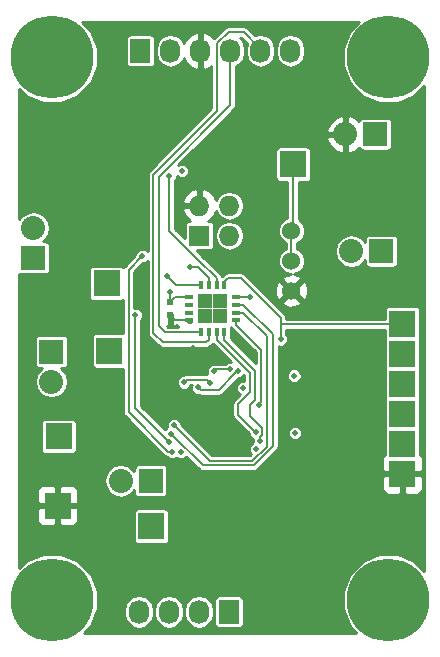
<source format=gbl>
G04 #@! TF.FileFunction,Copper,L4,Bot,Signal*
%FSLAX46Y46*%
G04 Gerber Fmt 4.6, Leading zero omitted, Abs format (unit mm)*
G04 Created by KiCad (PCBNEW 4.0.4+e1-6308~48~ubuntu16.04.1-stable) date Tue Oct 11 09:38:20 2016*
%MOMM*%
%LPD*%
G01*
G04 APERTURE LIST*
%ADD10C,0.100000*%
%ADD11R,0.500000X0.600000*%
%ADD12R,2.032000X2.032000*%
%ADD13O,2.032000X2.032000*%
%ADD14R,2.235200X2.235200*%
%ADD15R,1.727200X2.032000*%
%ADD16O,1.727200X2.032000*%
%ADD17R,1.727200X1.727200*%
%ADD18O,1.727200X1.727200*%
%ADD19C,1.524000*%
%ADD20R,0.350000X0.800000*%
%ADD21R,0.800000X0.350000*%
%ADD22R,1.250000X1.250000*%
%ADD23C,7.000000*%
%ADD24C,1.200000*%
%ADD25C,0.460000*%
%ADD26C,0.200000*%
%ADD27C,0.254000*%
G04 APERTURE END LIST*
D10*
D11*
X150525000Y-132800000D03*
X150525000Y-133900000D03*
D12*
X140462000Y-136969500D03*
D13*
X140462000Y-139509500D03*
D12*
X148875000Y-147900000D03*
D13*
X146335000Y-147900000D03*
D14*
X145380000Y-136910000D03*
X141097000Y-144145000D03*
X148925000Y-151750000D03*
X141000000Y-150000000D03*
X170180000Y-147320000D03*
X145150000Y-131200000D03*
X160930000Y-121100000D03*
X170180000Y-137160000D03*
X170180000Y-134620000D03*
D15*
X155500000Y-159000000D03*
D16*
X152960000Y-159000000D03*
X150420000Y-159000000D03*
X147880000Y-159000000D03*
D17*
X152985000Y-127140000D03*
D18*
X152985000Y-124600000D03*
X155525000Y-127140000D03*
X155525000Y-124600000D03*
D14*
X170180000Y-139700000D03*
X170180000Y-142240000D03*
X170180000Y-144780000D03*
D12*
X167894000Y-118554500D03*
D13*
X165354000Y-118554500D03*
D12*
X138938000Y-129032000D03*
D13*
X138938000Y-126492000D03*
D12*
X168402000Y-128460500D03*
D13*
X165862000Y-128460500D03*
D15*
X148000000Y-111500000D03*
D16*
X150540000Y-111500000D03*
X153080000Y-111500000D03*
X155620000Y-111500000D03*
X158160000Y-111500000D03*
X160700000Y-111500000D03*
D19*
X160782000Y-129286000D03*
X160782000Y-126746000D03*
X160782000Y-131826000D03*
D20*
X153150000Y-131350000D03*
X153800000Y-131350000D03*
X154450000Y-131350000D03*
X155100000Y-131350000D03*
D21*
X156125000Y-132375000D03*
X156125000Y-133025000D03*
X156125000Y-133675000D03*
X156125000Y-134325000D03*
D20*
X155100000Y-135350000D03*
X154450000Y-135350000D03*
X153800000Y-135350000D03*
X153150000Y-135350000D03*
D21*
X152125000Y-134325000D03*
X152125000Y-133675000D03*
X152125000Y-133025000D03*
X152125000Y-132375000D03*
D22*
X154750000Y-133975000D03*
X153500000Y-133975000D03*
X154750000Y-132725000D03*
X153500000Y-132725000D03*
D23*
X169000000Y-112000000D03*
X140500000Y-112000000D03*
X169000000Y-158000000D03*
X140500000Y-158000000D03*
D24*
X154420340Y-143275661D03*
D25*
X152370000Y-146590000D03*
X157042703Y-145644733D03*
X153532000Y-142356000D03*
X155332000Y-142356000D03*
X155330000Y-144200000D03*
X153530000Y-144200000D03*
X157230000Y-137000000D03*
X152430000Y-136700000D03*
X160930000Y-137600000D03*
X147130000Y-144400000D03*
X149544291Y-137376234D03*
X150530000Y-134800000D03*
X161200000Y-146050000D03*
X161210000Y-144760000D03*
X161250000Y-142250000D03*
X157790428Y-145193811D03*
X151403142Y-145483729D03*
X161030000Y-139000000D03*
X151530000Y-121700000D03*
X150530000Y-131900000D03*
X154213118Y-138610246D03*
X155553140Y-138467493D03*
X156279734Y-138591798D03*
X157292831Y-132371118D03*
X152916212Y-140004738D03*
X159870000Y-135930000D03*
X156676404Y-140029576D03*
X150460000Y-122060000D03*
X153874317Y-139624656D03*
X151675000Y-139575000D03*
X150458732Y-144651032D03*
X147580000Y-133900000D03*
X150280000Y-130600000D03*
X150837674Y-143169481D03*
X150570000Y-143903893D03*
X150643372Y-145437921D03*
X148170493Y-128857794D03*
X152160000Y-129830000D03*
X158118562Y-144515107D03*
X161109989Y-143870000D03*
X157769979Y-143812402D03*
X158000000Y-141500000D03*
D26*
X150525000Y-133900000D02*
X150525000Y-134795000D01*
X150525000Y-134795000D02*
X150530000Y-134800000D01*
X152125000Y-134325000D02*
X150950000Y-134325000D01*
X150950000Y-134325000D02*
X150525000Y-133900000D01*
X150525000Y-132800000D02*
X150525000Y-131905000D01*
X150525000Y-131905000D02*
X150530000Y-131900000D01*
X152125000Y-132375000D02*
X150950000Y-132375000D01*
X150950000Y-132375000D02*
X150525000Y-132800000D01*
X155553140Y-138467493D02*
X154355871Y-138467493D01*
X154355871Y-138467493D02*
X154213118Y-138610246D01*
X160930000Y-121100000D02*
X160930000Y-126598000D01*
X160930000Y-126598000D02*
X160782000Y-126746000D01*
X160909000Y-126619000D02*
X160782000Y-126746000D01*
X160782000Y-129286000D02*
X160782000Y-128208370D01*
X160782000Y-128208370D02*
X160782000Y-126746000D01*
X154636795Y-140234737D02*
X156049735Y-138821797D01*
X152916212Y-140004738D02*
X153146211Y-140234737D01*
X153146211Y-140234737D02*
X154636795Y-140234737D01*
X156049735Y-138821797D02*
X156279734Y-138591798D01*
X156125000Y-132375000D02*
X157288949Y-132375000D01*
X157288949Y-132375000D02*
X157292831Y-132371118D01*
X155100000Y-131350000D02*
X155100000Y-131049981D01*
X155100000Y-131049981D02*
X155426731Y-130723250D01*
X155426731Y-130723250D02*
X156503250Y-130723250D01*
X156503250Y-130723250D02*
X159870000Y-134090000D01*
X159870000Y-134090000D02*
X159870000Y-134650000D01*
X159870000Y-134650000D02*
X159870000Y-135930000D01*
X170180000Y-134620000D02*
X168862400Y-134620000D01*
X168862400Y-134620000D02*
X168832400Y-134650000D01*
X168832400Y-134650000D02*
X159870000Y-134650000D01*
X152880000Y-129180000D02*
X150460000Y-126760000D01*
X150460000Y-126760000D02*
X150460000Y-122060000D01*
X154450000Y-131350000D02*
X154450000Y-130750000D01*
X154450000Y-130750000D02*
X152880000Y-129180000D01*
X149540000Y-122150000D02*
X155620000Y-116070000D01*
X155620000Y-116070000D02*
X155620000Y-111500000D01*
X149540000Y-134790000D02*
X149540000Y-122150000D01*
X150100000Y-135350000D02*
X149540000Y-134790000D01*
X153150000Y-135350000D02*
X150100000Y-135350000D01*
X155458576Y-109920000D02*
X156732400Y-109920000D01*
X156732400Y-109920000D02*
X158160000Y-111347600D01*
X158160000Y-111347600D02*
X158160000Y-111500000D01*
X149090000Y-121990000D02*
X154496390Y-116583610D01*
X154496390Y-116583610D02*
X154496390Y-110882186D01*
X154496390Y-110882186D02*
X155458576Y-109920000D01*
X149090000Y-135390000D02*
X149090000Y-121990000D01*
X149890000Y-136190000D02*
X149090000Y-135390000D01*
X153560000Y-136190000D02*
X149890000Y-136190000D01*
X153800000Y-135350000D02*
X153800000Y-135950000D01*
X153800000Y-135950000D02*
X153560000Y-136190000D01*
X151675000Y-139575000D02*
X151904999Y-139345001D01*
X153594662Y-139345001D02*
X153644318Y-139394657D01*
X153644318Y-139394657D02*
X153874317Y-139624656D01*
X151904999Y-139345001D02*
X153594662Y-139345001D01*
X147580000Y-133900000D02*
X147580000Y-141772300D01*
X150228733Y-144421033D02*
X150458732Y-144651032D01*
X147580000Y-141772300D02*
X150228733Y-144421033D01*
X153150000Y-131350000D02*
X151030000Y-131350000D01*
X151030000Y-131350000D02*
X150280000Y-130600000D01*
X151067673Y-143399480D02*
X150837674Y-143169481D01*
X158676312Y-145011735D02*
X157451996Y-146236051D01*
X157451996Y-146236051D02*
X153904244Y-146236051D01*
X153904244Y-146236051D02*
X151067673Y-143399480D01*
X156725000Y-133675000D02*
X158676312Y-135626312D01*
X158676312Y-135626312D02*
X158676312Y-145011735D01*
X156125000Y-133675000D02*
X156725000Y-133675000D01*
X153262169Y-146596062D02*
X150799999Y-144133892D01*
X157601117Y-146596062D02*
X153262169Y-146596062D01*
X150799999Y-144133892D02*
X150570000Y-143903893D01*
X159220011Y-144977168D02*
X157601117Y-146596062D01*
X159220011Y-135520011D02*
X159220011Y-144977168D01*
X156725000Y-133025000D02*
X159220011Y-135520011D01*
X156125000Y-133025000D02*
X156725000Y-133025000D01*
X150318103Y-145437921D02*
X150643372Y-145437921D01*
X147000000Y-130028287D02*
X147000000Y-142119818D01*
X148170493Y-128857794D02*
X147000000Y-130028287D01*
X147000000Y-142119818D02*
X150318103Y-145437921D01*
X152160000Y-129830000D02*
X152880000Y-129830000D01*
X152880000Y-129830000D02*
X153800000Y-130750000D01*
X153800000Y-130750000D02*
X153800000Y-131350000D01*
X158276195Y-143456195D02*
X158276195Y-144032205D01*
X155100000Y-135950000D02*
X157730000Y-138580000D01*
X157258660Y-142438660D02*
X158276195Y-143456195D01*
X158118562Y-144189838D02*
X158118562Y-144515107D01*
X157258660Y-141530000D02*
X157258660Y-142438660D01*
X158276195Y-144032205D02*
X158118562Y-144189838D01*
X157730000Y-138580000D02*
X157730000Y-141058660D01*
X155100000Y-135350000D02*
X155100000Y-135950000D01*
X157730000Y-141058660D02*
X157258660Y-141530000D01*
X154450000Y-135350000D02*
X154450000Y-135950000D01*
X157539980Y-143582403D02*
X157769979Y-143812402D01*
X157792645Y-143812402D02*
X157769979Y-143812402D01*
X154450000Y-135950000D02*
X157280000Y-138780000D01*
X156270650Y-141439350D02*
X156270650Y-142313073D01*
X156270650Y-142313073D02*
X157539980Y-143582403D01*
X157280000Y-138780000D02*
X157280000Y-140430000D01*
X157840723Y-143860480D02*
X157792645Y-143812402D01*
X157280000Y-140430000D02*
X156270650Y-141439350D01*
X158240000Y-136815000D02*
X158240000Y-141260000D01*
X158240000Y-141260000D02*
X158000000Y-141500000D01*
X156125000Y-134325000D02*
X156125000Y-134700000D01*
X156125000Y-134700000D02*
X158240000Y-136815000D01*
D27*
G36*
X165711767Y-109798720D02*
X165119675Y-111224635D01*
X165118328Y-112768592D01*
X165707930Y-114195538D01*
X166798720Y-115288233D01*
X168224635Y-115880325D01*
X169768592Y-115881672D01*
X171195538Y-115292070D01*
X172003000Y-114486016D01*
X172003000Y-155514887D01*
X171201280Y-154711767D01*
X169775365Y-154119675D01*
X168231408Y-154118328D01*
X166804462Y-154707930D01*
X165711767Y-155798720D01*
X165119675Y-157224635D01*
X165118328Y-158768592D01*
X165707930Y-160195538D01*
X166284385Y-160773000D01*
X143215515Y-160773000D01*
X143788233Y-160201280D01*
X144361694Y-158820231D01*
X146635400Y-158820231D01*
X146635400Y-159179769D01*
X146730140Y-159656057D01*
X146999935Y-160059834D01*
X147403712Y-160329629D01*
X147880000Y-160424369D01*
X148356288Y-160329629D01*
X148760065Y-160059834D01*
X149029860Y-159656057D01*
X149124600Y-159179769D01*
X149124600Y-158820231D01*
X149175400Y-158820231D01*
X149175400Y-159179769D01*
X149270140Y-159656057D01*
X149539935Y-160059834D01*
X149943712Y-160329629D01*
X150420000Y-160424369D01*
X150896288Y-160329629D01*
X151300065Y-160059834D01*
X151569860Y-159656057D01*
X151664600Y-159179769D01*
X151664600Y-158820231D01*
X151715400Y-158820231D01*
X151715400Y-159179769D01*
X151810140Y-159656057D01*
X152079935Y-160059834D01*
X152483712Y-160329629D01*
X152960000Y-160424369D01*
X153436288Y-160329629D01*
X153840065Y-160059834D01*
X154109860Y-159656057D01*
X154204600Y-159179769D01*
X154204600Y-158820231D01*
X154109860Y-158343943D01*
X153869354Y-157984000D01*
X154247936Y-157984000D01*
X154247936Y-160016000D01*
X154274503Y-160157190D01*
X154357946Y-160286865D01*
X154485266Y-160373859D01*
X154636400Y-160404464D01*
X156363600Y-160404464D01*
X156504790Y-160377897D01*
X156634465Y-160294454D01*
X156721459Y-160167134D01*
X156752064Y-160016000D01*
X156752064Y-157984000D01*
X156725497Y-157842810D01*
X156642054Y-157713135D01*
X156514734Y-157626141D01*
X156363600Y-157595536D01*
X154636400Y-157595536D01*
X154495210Y-157622103D01*
X154365535Y-157705546D01*
X154278541Y-157832866D01*
X154247936Y-157984000D01*
X153869354Y-157984000D01*
X153840065Y-157940166D01*
X153436288Y-157670371D01*
X152960000Y-157575631D01*
X152483712Y-157670371D01*
X152079935Y-157940166D01*
X151810140Y-158343943D01*
X151715400Y-158820231D01*
X151664600Y-158820231D01*
X151569860Y-158343943D01*
X151300065Y-157940166D01*
X150896288Y-157670371D01*
X150420000Y-157575631D01*
X149943712Y-157670371D01*
X149539935Y-157940166D01*
X149270140Y-158343943D01*
X149175400Y-158820231D01*
X149124600Y-158820231D01*
X149029860Y-158343943D01*
X148760065Y-157940166D01*
X148356288Y-157670371D01*
X147880000Y-157575631D01*
X147403712Y-157670371D01*
X146999935Y-157940166D01*
X146730140Y-158343943D01*
X146635400Y-158820231D01*
X144361694Y-158820231D01*
X144380325Y-158775365D01*
X144381672Y-157231408D01*
X143792070Y-155804462D01*
X142701280Y-154711767D01*
X141275365Y-154119675D01*
X139731408Y-154118328D01*
X138304462Y-154707930D01*
X137757000Y-155254438D01*
X137757000Y-150285750D01*
X139247400Y-150285750D01*
X139247400Y-151243910D01*
X139344073Y-151477299D01*
X139522702Y-151655927D01*
X139756091Y-151752600D01*
X140714250Y-151752600D01*
X140873000Y-151593850D01*
X140873000Y-150127000D01*
X141127000Y-150127000D01*
X141127000Y-151593850D01*
X141285750Y-151752600D01*
X142243909Y-151752600D01*
X142477298Y-151655927D01*
X142655927Y-151477299D01*
X142752600Y-151243910D01*
X142752600Y-150632400D01*
X147418936Y-150632400D01*
X147418936Y-152867600D01*
X147445503Y-153008790D01*
X147528946Y-153138465D01*
X147656266Y-153225459D01*
X147807400Y-153256064D01*
X150042600Y-153256064D01*
X150183790Y-153229497D01*
X150313465Y-153146054D01*
X150400459Y-153018734D01*
X150431064Y-152867600D01*
X150431064Y-150632400D01*
X150404497Y-150491210D01*
X150321054Y-150361535D01*
X150193734Y-150274541D01*
X150042600Y-150243936D01*
X147807400Y-150243936D01*
X147666210Y-150270503D01*
X147536535Y-150353946D01*
X147449541Y-150481266D01*
X147418936Y-150632400D01*
X142752600Y-150632400D01*
X142752600Y-150285750D01*
X142593850Y-150127000D01*
X141127000Y-150127000D01*
X140873000Y-150127000D01*
X139406150Y-150127000D01*
X139247400Y-150285750D01*
X137757000Y-150285750D01*
X137757000Y-148756090D01*
X139247400Y-148756090D01*
X139247400Y-149714250D01*
X139406150Y-149873000D01*
X140873000Y-149873000D01*
X140873000Y-148406150D01*
X141127000Y-148406150D01*
X141127000Y-149873000D01*
X142593850Y-149873000D01*
X142752600Y-149714250D01*
X142752600Y-148756090D01*
X142655927Y-148522701D01*
X142477298Y-148344073D01*
X142243909Y-148247400D01*
X141285750Y-148247400D01*
X141127000Y-148406150D01*
X140873000Y-148406150D01*
X140714250Y-148247400D01*
X139756091Y-148247400D01*
X139522702Y-148344073D01*
X139344073Y-148522701D01*
X139247400Y-148756090D01*
X137757000Y-148756090D01*
X137757000Y-147872631D01*
X144938000Y-147872631D01*
X144938000Y-147927369D01*
X145044340Y-148461978D01*
X145347172Y-148915197D01*
X145800391Y-149218029D01*
X146335000Y-149324369D01*
X146869609Y-149218029D01*
X147322828Y-148915197D01*
X147470536Y-148694137D01*
X147470536Y-148916000D01*
X147497103Y-149057190D01*
X147580546Y-149186865D01*
X147707866Y-149273859D01*
X147859000Y-149304464D01*
X149891000Y-149304464D01*
X150032190Y-149277897D01*
X150161865Y-149194454D01*
X150248859Y-149067134D01*
X150279464Y-148916000D01*
X150279464Y-147605750D01*
X168427400Y-147605750D01*
X168427400Y-148563909D01*
X168524073Y-148797298D01*
X168702701Y-148975927D01*
X168936090Y-149072600D01*
X169894250Y-149072600D01*
X170053000Y-148913850D01*
X170053000Y-147447000D01*
X170307000Y-147447000D01*
X170307000Y-148913850D01*
X170465750Y-149072600D01*
X171423910Y-149072600D01*
X171657299Y-148975927D01*
X171835927Y-148797298D01*
X171932600Y-148563909D01*
X171932600Y-147605750D01*
X171773850Y-147447000D01*
X170307000Y-147447000D01*
X170053000Y-147447000D01*
X168586150Y-147447000D01*
X168427400Y-147605750D01*
X150279464Y-147605750D01*
X150279464Y-146884000D01*
X150252897Y-146742810D01*
X150169454Y-146613135D01*
X150042134Y-146526141D01*
X149891000Y-146495536D01*
X147859000Y-146495536D01*
X147717810Y-146522103D01*
X147588135Y-146605546D01*
X147501141Y-146732866D01*
X147470536Y-146884000D01*
X147470536Y-147105863D01*
X147322828Y-146884803D01*
X146869609Y-146581971D01*
X146335000Y-146475631D01*
X145800391Y-146581971D01*
X145347172Y-146884803D01*
X145044340Y-147338022D01*
X144938000Y-147872631D01*
X137757000Y-147872631D01*
X137757000Y-143027400D01*
X139590936Y-143027400D01*
X139590936Y-145262600D01*
X139617503Y-145403790D01*
X139700946Y-145533465D01*
X139828266Y-145620459D01*
X139979400Y-145651064D01*
X142214600Y-145651064D01*
X142355790Y-145624497D01*
X142485465Y-145541054D01*
X142572459Y-145413734D01*
X142603064Y-145262600D01*
X142603064Y-143027400D01*
X142576497Y-142886210D01*
X142493054Y-142756535D01*
X142365734Y-142669541D01*
X142214600Y-142638936D01*
X139979400Y-142638936D01*
X139838210Y-142665503D01*
X139708535Y-142748946D01*
X139621541Y-142876266D01*
X139590936Y-143027400D01*
X137757000Y-143027400D01*
X137757000Y-135953500D01*
X139057536Y-135953500D01*
X139057536Y-137985500D01*
X139084103Y-138126690D01*
X139167546Y-138256365D01*
X139294866Y-138343359D01*
X139446000Y-138373964D01*
X139654272Y-138373964D01*
X139474172Y-138494303D01*
X139171340Y-138947522D01*
X139065000Y-139482131D01*
X139065000Y-139536869D01*
X139171340Y-140071478D01*
X139474172Y-140524697D01*
X139927391Y-140827529D01*
X140462000Y-140933869D01*
X140996609Y-140827529D01*
X141449828Y-140524697D01*
X141752660Y-140071478D01*
X141859000Y-139536869D01*
X141859000Y-139482131D01*
X141752660Y-138947522D01*
X141449828Y-138494303D01*
X141269728Y-138373964D01*
X141478000Y-138373964D01*
X141619190Y-138347397D01*
X141748865Y-138263954D01*
X141835859Y-138136634D01*
X141866464Y-137985500D01*
X141866464Y-135953500D01*
X141839897Y-135812310D01*
X141756454Y-135682635D01*
X141629134Y-135595641D01*
X141478000Y-135565036D01*
X139446000Y-135565036D01*
X139304810Y-135591603D01*
X139175135Y-135675046D01*
X139088141Y-135802366D01*
X139057536Y-135953500D01*
X137757000Y-135953500D01*
X137757000Y-130396385D01*
X137770866Y-130405859D01*
X137922000Y-130436464D01*
X139954000Y-130436464D01*
X140095190Y-130409897D01*
X140224865Y-130326454D01*
X140311859Y-130199134D01*
X140335497Y-130082400D01*
X143643936Y-130082400D01*
X143643936Y-132317600D01*
X143670503Y-132458790D01*
X143753946Y-132588465D01*
X143881266Y-132675459D01*
X144032400Y-132706064D01*
X146267600Y-132706064D01*
X146408790Y-132679497D01*
X146519000Y-132608579D01*
X146519000Y-135408270D01*
X146497600Y-135403936D01*
X144262400Y-135403936D01*
X144121210Y-135430503D01*
X143991535Y-135513946D01*
X143904541Y-135641266D01*
X143873936Y-135792400D01*
X143873936Y-138027600D01*
X143900503Y-138168790D01*
X143983946Y-138298465D01*
X144111266Y-138385459D01*
X144262400Y-138416064D01*
X146497600Y-138416064D01*
X146519000Y-138412037D01*
X146519000Y-142119818D01*
X146545551Y-142253300D01*
X146555614Y-142303889D01*
X146659882Y-142459936D01*
X149977984Y-145778039D01*
X150074759Y-145842702D01*
X150134032Y-145882307D01*
X150245858Y-145904550D01*
X150296817Y-145955599D01*
X150521303Y-146048815D01*
X150764374Y-146049027D01*
X150989023Y-145956203D01*
X151000262Y-145944984D01*
X151056587Y-146001407D01*
X151281073Y-146094623D01*
X151524144Y-146094835D01*
X151748793Y-146002011D01*
X151868442Y-145882571D01*
X152922050Y-146936180D01*
X153068822Y-147034250D01*
X153078098Y-147040448D01*
X153262169Y-147077062D01*
X157601117Y-147077062D01*
X157785188Y-147040448D01*
X157941235Y-146936180D01*
X159560129Y-145317286D01*
X159596978Y-145262138D01*
X159664397Y-145161239D01*
X159701011Y-144977168D01*
X159701011Y-143991002D01*
X160498883Y-143991002D01*
X160591707Y-144215651D01*
X160763434Y-144387678D01*
X160987920Y-144480894D01*
X161230991Y-144481106D01*
X161455640Y-144388282D01*
X161627667Y-144216555D01*
X161720883Y-143992069D01*
X161721095Y-143748998D01*
X161628271Y-143524349D01*
X161456544Y-143352322D01*
X161232058Y-143259106D01*
X160988987Y-143258894D01*
X160764338Y-143351718D01*
X160592311Y-143523445D01*
X160499095Y-143747931D01*
X160498883Y-143991002D01*
X159701011Y-143991002D01*
X159701011Y-139121002D01*
X160418894Y-139121002D01*
X160511718Y-139345651D01*
X160683445Y-139517678D01*
X160907931Y-139610894D01*
X161151002Y-139611106D01*
X161375651Y-139518282D01*
X161547678Y-139346555D01*
X161640894Y-139122069D01*
X161641106Y-138878998D01*
X161548282Y-138654349D01*
X161376555Y-138482322D01*
X161152069Y-138389106D01*
X160908998Y-138388894D01*
X160684349Y-138481718D01*
X160512322Y-138653445D01*
X160419106Y-138877931D01*
X160418894Y-139121002D01*
X159701011Y-139121002D01*
X159701011Y-136521411D01*
X159747931Y-136540894D01*
X159991002Y-136541106D01*
X160215651Y-136448282D01*
X160387678Y-136276555D01*
X160480894Y-136052069D01*
X160481106Y-135808998D01*
X160388282Y-135584349D01*
X160351000Y-135547002D01*
X160351000Y-135131000D01*
X168673936Y-135131000D01*
X168673936Y-135737600D01*
X168700503Y-135878790D01*
X168706596Y-135888259D01*
X168704541Y-135891266D01*
X168673936Y-136042400D01*
X168673936Y-138277600D01*
X168700503Y-138418790D01*
X168706596Y-138428259D01*
X168704541Y-138431266D01*
X168673936Y-138582400D01*
X168673936Y-140817600D01*
X168700503Y-140958790D01*
X168706596Y-140968259D01*
X168704541Y-140971266D01*
X168673936Y-141122400D01*
X168673936Y-143357600D01*
X168700503Y-143498790D01*
X168706596Y-143508259D01*
X168704541Y-143511266D01*
X168673936Y-143662400D01*
X168673936Y-145692838D01*
X168524073Y-145842702D01*
X168427400Y-146076091D01*
X168427400Y-147034250D01*
X168586150Y-147193000D01*
X170053000Y-147193000D01*
X170053000Y-147173000D01*
X170307000Y-147173000D01*
X170307000Y-147193000D01*
X171773850Y-147193000D01*
X171932600Y-147034250D01*
X171932600Y-146076091D01*
X171835927Y-145842702D01*
X171686064Y-145692838D01*
X171686064Y-143662400D01*
X171659497Y-143521210D01*
X171653404Y-143511741D01*
X171655459Y-143508734D01*
X171686064Y-143357600D01*
X171686064Y-141122400D01*
X171659497Y-140981210D01*
X171653404Y-140971741D01*
X171655459Y-140968734D01*
X171686064Y-140817600D01*
X171686064Y-138582400D01*
X171659497Y-138441210D01*
X171653404Y-138431741D01*
X171655459Y-138428734D01*
X171686064Y-138277600D01*
X171686064Y-136042400D01*
X171659497Y-135901210D01*
X171653404Y-135891741D01*
X171655459Y-135888734D01*
X171686064Y-135737600D01*
X171686064Y-133502400D01*
X171659497Y-133361210D01*
X171576054Y-133231535D01*
X171448734Y-133144541D01*
X171297600Y-133113936D01*
X169062400Y-133113936D01*
X168921210Y-133140503D01*
X168791535Y-133223946D01*
X168704541Y-133351266D01*
X168673936Y-133502400D01*
X168673936Y-134169000D01*
X160351000Y-134169000D01*
X160351000Y-134090000D01*
X160337488Y-134022069D01*
X160314387Y-133905930D01*
X160210119Y-133749882D01*
X159266450Y-132806213D01*
X159981392Y-132806213D01*
X160050857Y-133048397D01*
X160574302Y-133235144D01*
X161129368Y-133207362D01*
X161513143Y-133048397D01*
X161582608Y-132806213D01*
X160782000Y-132005605D01*
X159981392Y-132806213D01*
X159266450Y-132806213D01*
X158078539Y-131618302D01*
X159372856Y-131618302D01*
X159400638Y-132173368D01*
X159559603Y-132557143D01*
X159801787Y-132626608D01*
X160602395Y-131826000D01*
X160961605Y-131826000D01*
X161762213Y-132626608D01*
X162004397Y-132557143D01*
X162191144Y-132033698D01*
X162163362Y-131478632D01*
X162004397Y-131094857D01*
X161762213Y-131025392D01*
X160961605Y-131826000D01*
X160602395Y-131826000D01*
X159801787Y-131025392D01*
X159559603Y-131094857D01*
X159372856Y-131618302D01*
X158078539Y-131618302D01*
X156843368Y-130383132D01*
X156687321Y-130278864D01*
X156503250Y-130242250D01*
X155426731Y-130242250D01*
X155242660Y-130278864D01*
X155086612Y-130383132D01*
X154904317Y-130565428D01*
X154894648Y-130567247D01*
X154894386Y-130565929D01*
X154856538Y-130509286D01*
X154790118Y-130409881D01*
X153220118Y-128839882D01*
X152772300Y-128392064D01*
X153848600Y-128392064D01*
X153989790Y-128365497D01*
X154119465Y-128282054D01*
X154206459Y-128154734D01*
X154237064Y-128003600D01*
X154237064Y-127115617D01*
X154280400Y-127115617D01*
X154280400Y-127164383D01*
X154375140Y-127640671D01*
X154644935Y-128044448D01*
X155048712Y-128314243D01*
X155525000Y-128408983D01*
X156001288Y-128314243D01*
X156405065Y-128044448D01*
X156674860Y-127640671D01*
X156769600Y-127164383D01*
X156769600Y-127115617D01*
X156674860Y-126639329D01*
X156405065Y-126235552D01*
X156001288Y-125965757D01*
X155525000Y-125871017D01*
X155048712Y-125965757D01*
X154644935Y-126235552D01*
X154375140Y-126639329D01*
X154280400Y-127115617D01*
X154237064Y-127115617D01*
X154237064Y-126276400D01*
X154210497Y-126135210D01*
X154127054Y-126005535D01*
X153999734Y-125918541D01*
X153848600Y-125887936D01*
X153747276Y-125887936D01*
X153759947Y-125882688D01*
X154191821Y-125488490D01*
X154374676Y-125098338D01*
X154375140Y-125100671D01*
X154644935Y-125504448D01*
X155048712Y-125774243D01*
X155525000Y-125868983D01*
X156001288Y-125774243D01*
X156405065Y-125504448D01*
X156674860Y-125100671D01*
X156769600Y-124624383D01*
X156769600Y-124575617D01*
X156674860Y-124099329D01*
X156405065Y-123695552D01*
X156001288Y-123425757D01*
X155525000Y-123331017D01*
X155048712Y-123425757D01*
X154644935Y-123695552D01*
X154375140Y-124099329D01*
X154374676Y-124101662D01*
X154191821Y-123711510D01*
X153759947Y-123317312D01*
X153344026Y-123145042D01*
X153112000Y-123266183D01*
X153112000Y-124473000D01*
X153132000Y-124473000D01*
X153132000Y-124727000D01*
X153112000Y-124727000D01*
X153112000Y-124747000D01*
X152858000Y-124747000D01*
X152858000Y-124727000D01*
X151650531Y-124727000D01*
X151530032Y-124959027D01*
X151778179Y-125488490D01*
X152210053Y-125882688D01*
X152222724Y-125887936D01*
X152121400Y-125887936D01*
X151980210Y-125914503D01*
X151850535Y-125997946D01*
X151763541Y-126125266D01*
X151732936Y-126276400D01*
X151732936Y-127352700D01*
X150941000Y-126560764D01*
X150941000Y-124240973D01*
X151530032Y-124240973D01*
X151650531Y-124473000D01*
X152858000Y-124473000D01*
X152858000Y-123266183D01*
X152625974Y-123145042D01*
X152210053Y-123317312D01*
X151778179Y-123711510D01*
X151530032Y-124240973D01*
X150941000Y-124240973D01*
X150941000Y-122443169D01*
X150977678Y-122406555D01*
X151070894Y-122182069D01*
X151070961Y-122104998D01*
X151183445Y-122217678D01*
X151407931Y-122310894D01*
X151651002Y-122311106D01*
X151875651Y-122218282D01*
X152047678Y-122046555D01*
X152140894Y-121822069D01*
X152141106Y-121578998D01*
X152048282Y-121354349D01*
X151876555Y-121182322D01*
X151652069Y-121089106D01*
X151408998Y-121088894D01*
X151191454Y-121178782D01*
X152387836Y-119982400D01*
X159423936Y-119982400D01*
X159423936Y-122217600D01*
X159450503Y-122358790D01*
X159533946Y-122488465D01*
X159661266Y-122575459D01*
X159812400Y-122606064D01*
X160449000Y-122606064D01*
X160449000Y-125646865D01*
X160135388Y-125776446D01*
X159813577Y-126097697D01*
X159639199Y-126517646D01*
X159638802Y-126972359D01*
X159812446Y-127392612D01*
X160133697Y-127714423D01*
X160301000Y-127783893D01*
X160301000Y-128248017D01*
X160135388Y-128316446D01*
X159813577Y-128637697D01*
X159639199Y-129057646D01*
X159638802Y-129512359D01*
X159812446Y-129932612D01*
X160133697Y-130254423D01*
X160553646Y-130428801D01*
X160747660Y-130428970D01*
X160434632Y-130444638D01*
X160050857Y-130603603D01*
X159981392Y-130845787D01*
X160782000Y-131646395D01*
X161582608Y-130845787D01*
X161513143Y-130603603D01*
X161015742Y-130426148D01*
X161428612Y-130255554D01*
X161750423Y-129934303D01*
X161924801Y-129514354D01*
X161925198Y-129059641D01*
X161751554Y-128639388D01*
X161545656Y-128433131D01*
X164465000Y-128433131D01*
X164465000Y-128487869D01*
X164571340Y-129022478D01*
X164874172Y-129475697D01*
X165327391Y-129778529D01*
X165862000Y-129884869D01*
X166396609Y-129778529D01*
X166849828Y-129475697D01*
X166997536Y-129254637D01*
X166997536Y-129476500D01*
X167024103Y-129617690D01*
X167107546Y-129747365D01*
X167234866Y-129834359D01*
X167386000Y-129864964D01*
X169418000Y-129864964D01*
X169559190Y-129838397D01*
X169688865Y-129754954D01*
X169775859Y-129627634D01*
X169806464Y-129476500D01*
X169806464Y-127444500D01*
X169779897Y-127303310D01*
X169696454Y-127173635D01*
X169569134Y-127086641D01*
X169418000Y-127056036D01*
X167386000Y-127056036D01*
X167244810Y-127082603D01*
X167115135Y-127166046D01*
X167028141Y-127293366D01*
X166997536Y-127444500D01*
X166997536Y-127666363D01*
X166849828Y-127445303D01*
X166396609Y-127142471D01*
X165862000Y-127036131D01*
X165327391Y-127142471D01*
X164874172Y-127445303D01*
X164571340Y-127898522D01*
X164465000Y-128433131D01*
X161545656Y-128433131D01*
X161430303Y-128317577D01*
X161263000Y-128248107D01*
X161263000Y-127783983D01*
X161428612Y-127715554D01*
X161750423Y-127394303D01*
X161924801Y-126974354D01*
X161925198Y-126519641D01*
X161751554Y-126099388D01*
X161430303Y-125777577D01*
X161411000Y-125769562D01*
X161411000Y-122606064D01*
X162047600Y-122606064D01*
X162188790Y-122579497D01*
X162318465Y-122496054D01*
X162405459Y-122368734D01*
X162436064Y-122217600D01*
X162436064Y-119982400D01*
X162409497Y-119841210D01*
X162326054Y-119711535D01*
X162198734Y-119624541D01*
X162047600Y-119593936D01*
X159812400Y-119593936D01*
X159671210Y-119620503D01*
X159541535Y-119703946D01*
X159454541Y-119831266D01*
X159423936Y-119982400D01*
X152387836Y-119982400D01*
X153432790Y-118937446D01*
X163748017Y-118937446D01*
X164016812Y-119522879D01*
X164489182Y-119960885D01*
X164971056Y-120160475D01*
X165227000Y-120041336D01*
X165227000Y-118681500D01*
X163866633Y-118681500D01*
X163748017Y-118937446D01*
X153432790Y-118937446D01*
X154198682Y-118171554D01*
X163748017Y-118171554D01*
X163866633Y-118427500D01*
X165227000Y-118427500D01*
X165227000Y-117067664D01*
X165481000Y-117067664D01*
X165481000Y-118427500D01*
X165501000Y-118427500D01*
X165501000Y-118681500D01*
X165481000Y-118681500D01*
X165481000Y-120041336D01*
X165736944Y-120160475D01*
X166218818Y-119960885D01*
X166511863Y-119689158D01*
X166516103Y-119711690D01*
X166599546Y-119841365D01*
X166726866Y-119928359D01*
X166878000Y-119958964D01*
X168910000Y-119958964D01*
X169051190Y-119932397D01*
X169180865Y-119848954D01*
X169267859Y-119721634D01*
X169298464Y-119570500D01*
X169298464Y-117538500D01*
X169271897Y-117397310D01*
X169188454Y-117267635D01*
X169061134Y-117180641D01*
X168910000Y-117150036D01*
X166878000Y-117150036D01*
X166736810Y-117176603D01*
X166607135Y-117260046D01*
X166520141Y-117387366D01*
X166513296Y-117421170D01*
X166218818Y-117148115D01*
X165736944Y-116948525D01*
X165481000Y-117067664D01*
X165227000Y-117067664D01*
X164971056Y-116948525D01*
X164489182Y-117148115D01*
X164016812Y-117586121D01*
X163748017Y-118171554D01*
X154198682Y-118171554D01*
X155960118Y-116410119D01*
X156064386Y-116254071D01*
X156087230Y-116139224D01*
X156101000Y-116070000D01*
X156101000Y-112826481D01*
X156500065Y-112559834D01*
X156769860Y-112156057D01*
X156864600Y-111679769D01*
X156864600Y-111320231D01*
X156769860Y-110843943D01*
X156500065Y-110440166D01*
X156441449Y-110401000D01*
X156533164Y-110401000D01*
X157004493Y-110872330D01*
X156915400Y-111320231D01*
X156915400Y-111679769D01*
X157010140Y-112156057D01*
X157279935Y-112559834D01*
X157683712Y-112829629D01*
X158160000Y-112924369D01*
X158636288Y-112829629D01*
X159040065Y-112559834D01*
X159309860Y-112156057D01*
X159404600Y-111679769D01*
X159404600Y-111320231D01*
X159455400Y-111320231D01*
X159455400Y-111679769D01*
X159550140Y-112156057D01*
X159819935Y-112559834D01*
X160223712Y-112829629D01*
X160700000Y-112924369D01*
X161176288Y-112829629D01*
X161580065Y-112559834D01*
X161849860Y-112156057D01*
X161944600Y-111679769D01*
X161944600Y-111320231D01*
X161849860Y-110843943D01*
X161580065Y-110440166D01*
X161176288Y-110170371D01*
X160700000Y-110075631D01*
X160223712Y-110170371D01*
X159819935Y-110440166D01*
X159550140Y-110843943D01*
X159455400Y-111320231D01*
X159404600Y-111320231D01*
X159309860Y-110843943D01*
X159040065Y-110440166D01*
X158636288Y-110170371D01*
X158160000Y-110075631D01*
X157683712Y-110170371D01*
X157671301Y-110178664D01*
X157072518Y-109579882D01*
X156916471Y-109475614D01*
X156732400Y-109439000D01*
X155458576Y-109439000D01*
X155274505Y-109475614D01*
X155118457Y-109579882D01*
X154249602Y-110448738D01*
X153982036Y-110149268D01*
X153454791Y-109895291D01*
X153439026Y-109892642D01*
X153207000Y-110013783D01*
X153207000Y-111373000D01*
X153227000Y-111373000D01*
X153227000Y-111627000D01*
X153207000Y-111627000D01*
X153207000Y-112986217D01*
X153439026Y-113107358D01*
X153454791Y-113104709D01*
X153982036Y-112850732D01*
X154015390Y-112813401D01*
X154015390Y-116384374D01*
X148749882Y-121649882D01*
X148645614Y-121805929D01*
X148609000Y-121990000D01*
X148609000Y-128432229D01*
X148517048Y-128340116D01*
X148292562Y-128246900D01*
X148049491Y-128246688D01*
X147824842Y-128339512D01*
X147652815Y-128511239D01*
X147559599Y-128735725D01*
X147559553Y-128788498D01*
X146659882Y-129688169D01*
X146561457Y-129835472D01*
X146546054Y-129811535D01*
X146418734Y-129724541D01*
X146267600Y-129693936D01*
X144032400Y-129693936D01*
X143891210Y-129720503D01*
X143761535Y-129803946D01*
X143674541Y-129931266D01*
X143643936Y-130082400D01*
X140335497Y-130082400D01*
X140342464Y-130048000D01*
X140342464Y-128016000D01*
X140315897Y-127874810D01*
X140232454Y-127745135D01*
X140105134Y-127658141D01*
X139954000Y-127627536D01*
X139732137Y-127627536D01*
X139953197Y-127479828D01*
X140256029Y-127026609D01*
X140362369Y-126492000D01*
X140256029Y-125957391D01*
X139953197Y-125504172D01*
X139499978Y-125201340D01*
X138965369Y-125095000D01*
X138910631Y-125095000D01*
X138376022Y-125201340D01*
X137922803Y-125504172D01*
X137757000Y-125752313D01*
X137757000Y-114745567D01*
X138298720Y-115288233D01*
X139724635Y-115880325D01*
X141268592Y-115881672D01*
X142695538Y-115292070D01*
X143788233Y-114201280D01*
X144380325Y-112775365D01*
X144381672Y-111231408D01*
X144072850Y-110484000D01*
X146747936Y-110484000D01*
X146747936Y-112516000D01*
X146774503Y-112657190D01*
X146857946Y-112786865D01*
X146985266Y-112873859D01*
X147136400Y-112904464D01*
X148863600Y-112904464D01*
X149004790Y-112877897D01*
X149134465Y-112794454D01*
X149221459Y-112667134D01*
X149252064Y-112516000D01*
X149252064Y-111320231D01*
X149295400Y-111320231D01*
X149295400Y-111679769D01*
X149390140Y-112156057D01*
X149659935Y-112559834D01*
X150063712Y-112829629D01*
X150540000Y-112924369D01*
X151016288Y-112829629D01*
X151420065Y-112559834D01*
X151689860Y-112156057D01*
X151692704Y-112141757D01*
X151788046Y-112414320D01*
X152177964Y-112850732D01*
X152705209Y-113104709D01*
X152720974Y-113107358D01*
X152953000Y-112986217D01*
X152953000Y-111627000D01*
X152933000Y-111627000D01*
X152933000Y-111373000D01*
X152953000Y-111373000D01*
X152953000Y-110013783D01*
X152720974Y-109892642D01*
X152705209Y-109895291D01*
X152177964Y-110149268D01*
X151788046Y-110585680D01*
X151692704Y-110858243D01*
X151689860Y-110843943D01*
X151420065Y-110440166D01*
X151016288Y-110170371D01*
X150540000Y-110075631D01*
X150063712Y-110170371D01*
X149659935Y-110440166D01*
X149390140Y-110843943D01*
X149295400Y-111320231D01*
X149252064Y-111320231D01*
X149252064Y-110484000D01*
X149225497Y-110342810D01*
X149142054Y-110213135D01*
X149014734Y-110126141D01*
X148863600Y-110095536D01*
X147136400Y-110095536D01*
X146995210Y-110122103D01*
X146865535Y-110205546D01*
X146778541Y-110332866D01*
X146747936Y-110484000D01*
X144072850Y-110484000D01*
X143792070Y-109804462D01*
X143015963Y-109027000D01*
X166484835Y-109027000D01*
X165711767Y-109798720D01*
X165711767Y-109798720D01*
G37*
X165711767Y-109798720D02*
X165119675Y-111224635D01*
X165118328Y-112768592D01*
X165707930Y-114195538D01*
X166798720Y-115288233D01*
X168224635Y-115880325D01*
X169768592Y-115881672D01*
X171195538Y-115292070D01*
X172003000Y-114486016D01*
X172003000Y-155514887D01*
X171201280Y-154711767D01*
X169775365Y-154119675D01*
X168231408Y-154118328D01*
X166804462Y-154707930D01*
X165711767Y-155798720D01*
X165119675Y-157224635D01*
X165118328Y-158768592D01*
X165707930Y-160195538D01*
X166284385Y-160773000D01*
X143215515Y-160773000D01*
X143788233Y-160201280D01*
X144361694Y-158820231D01*
X146635400Y-158820231D01*
X146635400Y-159179769D01*
X146730140Y-159656057D01*
X146999935Y-160059834D01*
X147403712Y-160329629D01*
X147880000Y-160424369D01*
X148356288Y-160329629D01*
X148760065Y-160059834D01*
X149029860Y-159656057D01*
X149124600Y-159179769D01*
X149124600Y-158820231D01*
X149175400Y-158820231D01*
X149175400Y-159179769D01*
X149270140Y-159656057D01*
X149539935Y-160059834D01*
X149943712Y-160329629D01*
X150420000Y-160424369D01*
X150896288Y-160329629D01*
X151300065Y-160059834D01*
X151569860Y-159656057D01*
X151664600Y-159179769D01*
X151664600Y-158820231D01*
X151715400Y-158820231D01*
X151715400Y-159179769D01*
X151810140Y-159656057D01*
X152079935Y-160059834D01*
X152483712Y-160329629D01*
X152960000Y-160424369D01*
X153436288Y-160329629D01*
X153840065Y-160059834D01*
X154109860Y-159656057D01*
X154204600Y-159179769D01*
X154204600Y-158820231D01*
X154109860Y-158343943D01*
X153869354Y-157984000D01*
X154247936Y-157984000D01*
X154247936Y-160016000D01*
X154274503Y-160157190D01*
X154357946Y-160286865D01*
X154485266Y-160373859D01*
X154636400Y-160404464D01*
X156363600Y-160404464D01*
X156504790Y-160377897D01*
X156634465Y-160294454D01*
X156721459Y-160167134D01*
X156752064Y-160016000D01*
X156752064Y-157984000D01*
X156725497Y-157842810D01*
X156642054Y-157713135D01*
X156514734Y-157626141D01*
X156363600Y-157595536D01*
X154636400Y-157595536D01*
X154495210Y-157622103D01*
X154365535Y-157705546D01*
X154278541Y-157832866D01*
X154247936Y-157984000D01*
X153869354Y-157984000D01*
X153840065Y-157940166D01*
X153436288Y-157670371D01*
X152960000Y-157575631D01*
X152483712Y-157670371D01*
X152079935Y-157940166D01*
X151810140Y-158343943D01*
X151715400Y-158820231D01*
X151664600Y-158820231D01*
X151569860Y-158343943D01*
X151300065Y-157940166D01*
X150896288Y-157670371D01*
X150420000Y-157575631D01*
X149943712Y-157670371D01*
X149539935Y-157940166D01*
X149270140Y-158343943D01*
X149175400Y-158820231D01*
X149124600Y-158820231D01*
X149029860Y-158343943D01*
X148760065Y-157940166D01*
X148356288Y-157670371D01*
X147880000Y-157575631D01*
X147403712Y-157670371D01*
X146999935Y-157940166D01*
X146730140Y-158343943D01*
X146635400Y-158820231D01*
X144361694Y-158820231D01*
X144380325Y-158775365D01*
X144381672Y-157231408D01*
X143792070Y-155804462D01*
X142701280Y-154711767D01*
X141275365Y-154119675D01*
X139731408Y-154118328D01*
X138304462Y-154707930D01*
X137757000Y-155254438D01*
X137757000Y-150285750D01*
X139247400Y-150285750D01*
X139247400Y-151243910D01*
X139344073Y-151477299D01*
X139522702Y-151655927D01*
X139756091Y-151752600D01*
X140714250Y-151752600D01*
X140873000Y-151593850D01*
X140873000Y-150127000D01*
X141127000Y-150127000D01*
X141127000Y-151593850D01*
X141285750Y-151752600D01*
X142243909Y-151752600D01*
X142477298Y-151655927D01*
X142655927Y-151477299D01*
X142752600Y-151243910D01*
X142752600Y-150632400D01*
X147418936Y-150632400D01*
X147418936Y-152867600D01*
X147445503Y-153008790D01*
X147528946Y-153138465D01*
X147656266Y-153225459D01*
X147807400Y-153256064D01*
X150042600Y-153256064D01*
X150183790Y-153229497D01*
X150313465Y-153146054D01*
X150400459Y-153018734D01*
X150431064Y-152867600D01*
X150431064Y-150632400D01*
X150404497Y-150491210D01*
X150321054Y-150361535D01*
X150193734Y-150274541D01*
X150042600Y-150243936D01*
X147807400Y-150243936D01*
X147666210Y-150270503D01*
X147536535Y-150353946D01*
X147449541Y-150481266D01*
X147418936Y-150632400D01*
X142752600Y-150632400D01*
X142752600Y-150285750D01*
X142593850Y-150127000D01*
X141127000Y-150127000D01*
X140873000Y-150127000D01*
X139406150Y-150127000D01*
X139247400Y-150285750D01*
X137757000Y-150285750D01*
X137757000Y-148756090D01*
X139247400Y-148756090D01*
X139247400Y-149714250D01*
X139406150Y-149873000D01*
X140873000Y-149873000D01*
X140873000Y-148406150D01*
X141127000Y-148406150D01*
X141127000Y-149873000D01*
X142593850Y-149873000D01*
X142752600Y-149714250D01*
X142752600Y-148756090D01*
X142655927Y-148522701D01*
X142477298Y-148344073D01*
X142243909Y-148247400D01*
X141285750Y-148247400D01*
X141127000Y-148406150D01*
X140873000Y-148406150D01*
X140714250Y-148247400D01*
X139756091Y-148247400D01*
X139522702Y-148344073D01*
X139344073Y-148522701D01*
X139247400Y-148756090D01*
X137757000Y-148756090D01*
X137757000Y-147872631D01*
X144938000Y-147872631D01*
X144938000Y-147927369D01*
X145044340Y-148461978D01*
X145347172Y-148915197D01*
X145800391Y-149218029D01*
X146335000Y-149324369D01*
X146869609Y-149218029D01*
X147322828Y-148915197D01*
X147470536Y-148694137D01*
X147470536Y-148916000D01*
X147497103Y-149057190D01*
X147580546Y-149186865D01*
X147707866Y-149273859D01*
X147859000Y-149304464D01*
X149891000Y-149304464D01*
X150032190Y-149277897D01*
X150161865Y-149194454D01*
X150248859Y-149067134D01*
X150279464Y-148916000D01*
X150279464Y-147605750D01*
X168427400Y-147605750D01*
X168427400Y-148563909D01*
X168524073Y-148797298D01*
X168702701Y-148975927D01*
X168936090Y-149072600D01*
X169894250Y-149072600D01*
X170053000Y-148913850D01*
X170053000Y-147447000D01*
X170307000Y-147447000D01*
X170307000Y-148913850D01*
X170465750Y-149072600D01*
X171423910Y-149072600D01*
X171657299Y-148975927D01*
X171835927Y-148797298D01*
X171932600Y-148563909D01*
X171932600Y-147605750D01*
X171773850Y-147447000D01*
X170307000Y-147447000D01*
X170053000Y-147447000D01*
X168586150Y-147447000D01*
X168427400Y-147605750D01*
X150279464Y-147605750D01*
X150279464Y-146884000D01*
X150252897Y-146742810D01*
X150169454Y-146613135D01*
X150042134Y-146526141D01*
X149891000Y-146495536D01*
X147859000Y-146495536D01*
X147717810Y-146522103D01*
X147588135Y-146605546D01*
X147501141Y-146732866D01*
X147470536Y-146884000D01*
X147470536Y-147105863D01*
X147322828Y-146884803D01*
X146869609Y-146581971D01*
X146335000Y-146475631D01*
X145800391Y-146581971D01*
X145347172Y-146884803D01*
X145044340Y-147338022D01*
X144938000Y-147872631D01*
X137757000Y-147872631D01*
X137757000Y-143027400D01*
X139590936Y-143027400D01*
X139590936Y-145262600D01*
X139617503Y-145403790D01*
X139700946Y-145533465D01*
X139828266Y-145620459D01*
X139979400Y-145651064D01*
X142214600Y-145651064D01*
X142355790Y-145624497D01*
X142485465Y-145541054D01*
X142572459Y-145413734D01*
X142603064Y-145262600D01*
X142603064Y-143027400D01*
X142576497Y-142886210D01*
X142493054Y-142756535D01*
X142365734Y-142669541D01*
X142214600Y-142638936D01*
X139979400Y-142638936D01*
X139838210Y-142665503D01*
X139708535Y-142748946D01*
X139621541Y-142876266D01*
X139590936Y-143027400D01*
X137757000Y-143027400D01*
X137757000Y-135953500D01*
X139057536Y-135953500D01*
X139057536Y-137985500D01*
X139084103Y-138126690D01*
X139167546Y-138256365D01*
X139294866Y-138343359D01*
X139446000Y-138373964D01*
X139654272Y-138373964D01*
X139474172Y-138494303D01*
X139171340Y-138947522D01*
X139065000Y-139482131D01*
X139065000Y-139536869D01*
X139171340Y-140071478D01*
X139474172Y-140524697D01*
X139927391Y-140827529D01*
X140462000Y-140933869D01*
X140996609Y-140827529D01*
X141449828Y-140524697D01*
X141752660Y-140071478D01*
X141859000Y-139536869D01*
X141859000Y-139482131D01*
X141752660Y-138947522D01*
X141449828Y-138494303D01*
X141269728Y-138373964D01*
X141478000Y-138373964D01*
X141619190Y-138347397D01*
X141748865Y-138263954D01*
X141835859Y-138136634D01*
X141866464Y-137985500D01*
X141866464Y-135953500D01*
X141839897Y-135812310D01*
X141756454Y-135682635D01*
X141629134Y-135595641D01*
X141478000Y-135565036D01*
X139446000Y-135565036D01*
X139304810Y-135591603D01*
X139175135Y-135675046D01*
X139088141Y-135802366D01*
X139057536Y-135953500D01*
X137757000Y-135953500D01*
X137757000Y-130396385D01*
X137770866Y-130405859D01*
X137922000Y-130436464D01*
X139954000Y-130436464D01*
X140095190Y-130409897D01*
X140224865Y-130326454D01*
X140311859Y-130199134D01*
X140335497Y-130082400D01*
X143643936Y-130082400D01*
X143643936Y-132317600D01*
X143670503Y-132458790D01*
X143753946Y-132588465D01*
X143881266Y-132675459D01*
X144032400Y-132706064D01*
X146267600Y-132706064D01*
X146408790Y-132679497D01*
X146519000Y-132608579D01*
X146519000Y-135408270D01*
X146497600Y-135403936D01*
X144262400Y-135403936D01*
X144121210Y-135430503D01*
X143991535Y-135513946D01*
X143904541Y-135641266D01*
X143873936Y-135792400D01*
X143873936Y-138027600D01*
X143900503Y-138168790D01*
X143983946Y-138298465D01*
X144111266Y-138385459D01*
X144262400Y-138416064D01*
X146497600Y-138416064D01*
X146519000Y-138412037D01*
X146519000Y-142119818D01*
X146545551Y-142253300D01*
X146555614Y-142303889D01*
X146659882Y-142459936D01*
X149977984Y-145778039D01*
X150074759Y-145842702D01*
X150134032Y-145882307D01*
X150245858Y-145904550D01*
X150296817Y-145955599D01*
X150521303Y-146048815D01*
X150764374Y-146049027D01*
X150989023Y-145956203D01*
X151000262Y-145944984D01*
X151056587Y-146001407D01*
X151281073Y-146094623D01*
X151524144Y-146094835D01*
X151748793Y-146002011D01*
X151868442Y-145882571D01*
X152922050Y-146936180D01*
X153068822Y-147034250D01*
X153078098Y-147040448D01*
X153262169Y-147077062D01*
X157601117Y-147077062D01*
X157785188Y-147040448D01*
X157941235Y-146936180D01*
X159560129Y-145317286D01*
X159596978Y-145262138D01*
X159664397Y-145161239D01*
X159701011Y-144977168D01*
X159701011Y-143991002D01*
X160498883Y-143991002D01*
X160591707Y-144215651D01*
X160763434Y-144387678D01*
X160987920Y-144480894D01*
X161230991Y-144481106D01*
X161455640Y-144388282D01*
X161627667Y-144216555D01*
X161720883Y-143992069D01*
X161721095Y-143748998D01*
X161628271Y-143524349D01*
X161456544Y-143352322D01*
X161232058Y-143259106D01*
X160988987Y-143258894D01*
X160764338Y-143351718D01*
X160592311Y-143523445D01*
X160499095Y-143747931D01*
X160498883Y-143991002D01*
X159701011Y-143991002D01*
X159701011Y-139121002D01*
X160418894Y-139121002D01*
X160511718Y-139345651D01*
X160683445Y-139517678D01*
X160907931Y-139610894D01*
X161151002Y-139611106D01*
X161375651Y-139518282D01*
X161547678Y-139346555D01*
X161640894Y-139122069D01*
X161641106Y-138878998D01*
X161548282Y-138654349D01*
X161376555Y-138482322D01*
X161152069Y-138389106D01*
X160908998Y-138388894D01*
X160684349Y-138481718D01*
X160512322Y-138653445D01*
X160419106Y-138877931D01*
X160418894Y-139121002D01*
X159701011Y-139121002D01*
X159701011Y-136521411D01*
X159747931Y-136540894D01*
X159991002Y-136541106D01*
X160215651Y-136448282D01*
X160387678Y-136276555D01*
X160480894Y-136052069D01*
X160481106Y-135808998D01*
X160388282Y-135584349D01*
X160351000Y-135547002D01*
X160351000Y-135131000D01*
X168673936Y-135131000D01*
X168673936Y-135737600D01*
X168700503Y-135878790D01*
X168706596Y-135888259D01*
X168704541Y-135891266D01*
X168673936Y-136042400D01*
X168673936Y-138277600D01*
X168700503Y-138418790D01*
X168706596Y-138428259D01*
X168704541Y-138431266D01*
X168673936Y-138582400D01*
X168673936Y-140817600D01*
X168700503Y-140958790D01*
X168706596Y-140968259D01*
X168704541Y-140971266D01*
X168673936Y-141122400D01*
X168673936Y-143357600D01*
X168700503Y-143498790D01*
X168706596Y-143508259D01*
X168704541Y-143511266D01*
X168673936Y-143662400D01*
X168673936Y-145692838D01*
X168524073Y-145842702D01*
X168427400Y-146076091D01*
X168427400Y-147034250D01*
X168586150Y-147193000D01*
X170053000Y-147193000D01*
X170053000Y-147173000D01*
X170307000Y-147173000D01*
X170307000Y-147193000D01*
X171773850Y-147193000D01*
X171932600Y-147034250D01*
X171932600Y-146076091D01*
X171835927Y-145842702D01*
X171686064Y-145692838D01*
X171686064Y-143662400D01*
X171659497Y-143521210D01*
X171653404Y-143511741D01*
X171655459Y-143508734D01*
X171686064Y-143357600D01*
X171686064Y-141122400D01*
X171659497Y-140981210D01*
X171653404Y-140971741D01*
X171655459Y-140968734D01*
X171686064Y-140817600D01*
X171686064Y-138582400D01*
X171659497Y-138441210D01*
X171653404Y-138431741D01*
X171655459Y-138428734D01*
X171686064Y-138277600D01*
X171686064Y-136042400D01*
X171659497Y-135901210D01*
X171653404Y-135891741D01*
X171655459Y-135888734D01*
X171686064Y-135737600D01*
X171686064Y-133502400D01*
X171659497Y-133361210D01*
X171576054Y-133231535D01*
X171448734Y-133144541D01*
X171297600Y-133113936D01*
X169062400Y-133113936D01*
X168921210Y-133140503D01*
X168791535Y-133223946D01*
X168704541Y-133351266D01*
X168673936Y-133502400D01*
X168673936Y-134169000D01*
X160351000Y-134169000D01*
X160351000Y-134090000D01*
X160337488Y-134022069D01*
X160314387Y-133905930D01*
X160210119Y-133749882D01*
X159266450Y-132806213D01*
X159981392Y-132806213D01*
X160050857Y-133048397D01*
X160574302Y-133235144D01*
X161129368Y-133207362D01*
X161513143Y-133048397D01*
X161582608Y-132806213D01*
X160782000Y-132005605D01*
X159981392Y-132806213D01*
X159266450Y-132806213D01*
X158078539Y-131618302D01*
X159372856Y-131618302D01*
X159400638Y-132173368D01*
X159559603Y-132557143D01*
X159801787Y-132626608D01*
X160602395Y-131826000D01*
X160961605Y-131826000D01*
X161762213Y-132626608D01*
X162004397Y-132557143D01*
X162191144Y-132033698D01*
X162163362Y-131478632D01*
X162004397Y-131094857D01*
X161762213Y-131025392D01*
X160961605Y-131826000D01*
X160602395Y-131826000D01*
X159801787Y-131025392D01*
X159559603Y-131094857D01*
X159372856Y-131618302D01*
X158078539Y-131618302D01*
X156843368Y-130383132D01*
X156687321Y-130278864D01*
X156503250Y-130242250D01*
X155426731Y-130242250D01*
X155242660Y-130278864D01*
X155086612Y-130383132D01*
X154904317Y-130565428D01*
X154894648Y-130567247D01*
X154894386Y-130565929D01*
X154856538Y-130509286D01*
X154790118Y-130409881D01*
X153220118Y-128839882D01*
X152772300Y-128392064D01*
X153848600Y-128392064D01*
X153989790Y-128365497D01*
X154119465Y-128282054D01*
X154206459Y-128154734D01*
X154237064Y-128003600D01*
X154237064Y-127115617D01*
X154280400Y-127115617D01*
X154280400Y-127164383D01*
X154375140Y-127640671D01*
X154644935Y-128044448D01*
X155048712Y-128314243D01*
X155525000Y-128408983D01*
X156001288Y-128314243D01*
X156405065Y-128044448D01*
X156674860Y-127640671D01*
X156769600Y-127164383D01*
X156769600Y-127115617D01*
X156674860Y-126639329D01*
X156405065Y-126235552D01*
X156001288Y-125965757D01*
X155525000Y-125871017D01*
X155048712Y-125965757D01*
X154644935Y-126235552D01*
X154375140Y-126639329D01*
X154280400Y-127115617D01*
X154237064Y-127115617D01*
X154237064Y-126276400D01*
X154210497Y-126135210D01*
X154127054Y-126005535D01*
X153999734Y-125918541D01*
X153848600Y-125887936D01*
X153747276Y-125887936D01*
X153759947Y-125882688D01*
X154191821Y-125488490D01*
X154374676Y-125098338D01*
X154375140Y-125100671D01*
X154644935Y-125504448D01*
X155048712Y-125774243D01*
X155525000Y-125868983D01*
X156001288Y-125774243D01*
X156405065Y-125504448D01*
X156674860Y-125100671D01*
X156769600Y-124624383D01*
X156769600Y-124575617D01*
X156674860Y-124099329D01*
X156405065Y-123695552D01*
X156001288Y-123425757D01*
X155525000Y-123331017D01*
X155048712Y-123425757D01*
X154644935Y-123695552D01*
X154375140Y-124099329D01*
X154374676Y-124101662D01*
X154191821Y-123711510D01*
X153759947Y-123317312D01*
X153344026Y-123145042D01*
X153112000Y-123266183D01*
X153112000Y-124473000D01*
X153132000Y-124473000D01*
X153132000Y-124727000D01*
X153112000Y-124727000D01*
X153112000Y-124747000D01*
X152858000Y-124747000D01*
X152858000Y-124727000D01*
X151650531Y-124727000D01*
X151530032Y-124959027D01*
X151778179Y-125488490D01*
X152210053Y-125882688D01*
X152222724Y-125887936D01*
X152121400Y-125887936D01*
X151980210Y-125914503D01*
X151850535Y-125997946D01*
X151763541Y-126125266D01*
X151732936Y-126276400D01*
X151732936Y-127352700D01*
X150941000Y-126560764D01*
X150941000Y-124240973D01*
X151530032Y-124240973D01*
X151650531Y-124473000D01*
X152858000Y-124473000D01*
X152858000Y-123266183D01*
X152625974Y-123145042D01*
X152210053Y-123317312D01*
X151778179Y-123711510D01*
X151530032Y-124240973D01*
X150941000Y-124240973D01*
X150941000Y-122443169D01*
X150977678Y-122406555D01*
X151070894Y-122182069D01*
X151070961Y-122104998D01*
X151183445Y-122217678D01*
X151407931Y-122310894D01*
X151651002Y-122311106D01*
X151875651Y-122218282D01*
X152047678Y-122046555D01*
X152140894Y-121822069D01*
X152141106Y-121578998D01*
X152048282Y-121354349D01*
X151876555Y-121182322D01*
X151652069Y-121089106D01*
X151408998Y-121088894D01*
X151191454Y-121178782D01*
X152387836Y-119982400D01*
X159423936Y-119982400D01*
X159423936Y-122217600D01*
X159450503Y-122358790D01*
X159533946Y-122488465D01*
X159661266Y-122575459D01*
X159812400Y-122606064D01*
X160449000Y-122606064D01*
X160449000Y-125646865D01*
X160135388Y-125776446D01*
X159813577Y-126097697D01*
X159639199Y-126517646D01*
X159638802Y-126972359D01*
X159812446Y-127392612D01*
X160133697Y-127714423D01*
X160301000Y-127783893D01*
X160301000Y-128248017D01*
X160135388Y-128316446D01*
X159813577Y-128637697D01*
X159639199Y-129057646D01*
X159638802Y-129512359D01*
X159812446Y-129932612D01*
X160133697Y-130254423D01*
X160553646Y-130428801D01*
X160747660Y-130428970D01*
X160434632Y-130444638D01*
X160050857Y-130603603D01*
X159981392Y-130845787D01*
X160782000Y-131646395D01*
X161582608Y-130845787D01*
X161513143Y-130603603D01*
X161015742Y-130426148D01*
X161428612Y-130255554D01*
X161750423Y-129934303D01*
X161924801Y-129514354D01*
X161925198Y-129059641D01*
X161751554Y-128639388D01*
X161545656Y-128433131D01*
X164465000Y-128433131D01*
X164465000Y-128487869D01*
X164571340Y-129022478D01*
X164874172Y-129475697D01*
X165327391Y-129778529D01*
X165862000Y-129884869D01*
X166396609Y-129778529D01*
X166849828Y-129475697D01*
X166997536Y-129254637D01*
X166997536Y-129476500D01*
X167024103Y-129617690D01*
X167107546Y-129747365D01*
X167234866Y-129834359D01*
X167386000Y-129864964D01*
X169418000Y-129864964D01*
X169559190Y-129838397D01*
X169688865Y-129754954D01*
X169775859Y-129627634D01*
X169806464Y-129476500D01*
X169806464Y-127444500D01*
X169779897Y-127303310D01*
X169696454Y-127173635D01*
X169569134Y-127086641D01*
X169418000Y-127056036D01*
X167386000Y-127056036D01*
X167244810Y-127082603D01*
X167115135Y-127166046D01*
X167028141Y-127293366D01*
X166997536Y-127444500D01*
X166997536Y-127666363D01*
X166849828Y-127445303D01*
X166396609Y-127142471D01*
X165862000Y-127036131D01*
X165327391Y-127142471D01*
X164874172Y-127445303D01*
X164571340Y-127898522D01*
X164465000Y-128433131D01*
X161545656Y-128433131D01*
X161430303Y-128317577D01*
X161263000Y-128248107D01*
X161263000Y-127783983D01*
X161428612Y-127715554D01*
X161750423Y-127394303D01*
X161924801Y-126974354D01*
X161925198Y-126519641D01*
X161751554Y-126099388D01*
X161430303Y-125777577D01*
X161411000Y-125769562D01*
X161411000Y-122606064D01*
X162047600Y-122606064D01*
X162188790Y-122579497D01*
X162318465Y-122496054D01*
X162405459Y-122368734D01*
X162436064Y-122217600D01*
X162436064Y-119982400D01*
X162409497Y-119841210D01*
X162326054Y-119711535D01*
X162198734Y-119624541D01*
X162047600Y-119593936D01*
X159812400Y-119593936D01*
X159671210Y-119620503D01*
X159541535Y-119703946D01*
X159454541Y-119831266D01*
X159423936Y-119982400D01*
X152387836Y-119982400D01*
X153432790Y-118937446D01*
X163748017Y-118937446D01*
X164016812Y-119522879D01*
X164489182Y-119960885D01*
X164971056Y-120160475D01*
X165227000Y-120041336D01*
X165227000Y-118681500D01*
X163866633Y-118681500D01*
X163748017Y-118937446D01*
X153432790Y-118937446D01*
X154198682Y-118171554D01*
X163748017Y-118171554D01*
X163866633Y-118427500D01*
X165227000Y-118427500D01*
X165227000Y-117067664D01*
X165481000Y-117067664D01*
X165481000Y-118427500D01*
X165501000Y-118427500D01*
X165501000Y-118681500D01*
X165481000Y-118681500D01*
X165481000Y-120041336D01*
X165736944Y-120160475D01*
X166218818Y-119960885D01*
X166511863Y-119689158D01*
X166516103Y-119711690D01*
X166599546Y-119841365D01*
X166726866Y-119928359D01*
X166878000Y-119958964D01*
X168910000Y-119958964D01*
X169051190Y-119932397D01*
X169180865Y-119848954D01*
X169267859Y-119721634D01*
X169298464Y-119570500D01*
X169298464Y-117538500D01*
X169271897Y-117397310D01*
X169188454Y-117267635D01*
X169061134Y-117180641D01*
X168910000Y-117150036D01*
X166878000Y-117150036D01*
X166736810Y-117176603D01*
X166607135Y-117260046D01*
X166520141Y-117387366D01*
X166513296Y-117421170D01*
X166218818Y-117148115D01*
X165736944Y-116948525D01*
X165481000Y-117067664D01*
X165227000Y-117067664D01*
X164971056Y-116948525D01*
X164489182Y-117148115D01*
X164016812Y-117586121D01*
X163748017Y-118171554D01*
X154198682Y-118171554D01*
X155960118Y-116410119D01*
X156064386Y-116254071D01*
X156087230Y-116139224D01*
X156101000Y-116070000D01*
X156101000Y-112826481D01*
X156500065Y-112559834D01*
X156769860Y-112156057D01*
X156864600Y-111679769D01*
X156864600Y-111320231D01*
X156769860Y-110843943D01*
X156500065Y-110440166D01*
X156441449Y-110401000D01*
X156533164Y-110401000D01*
X157004493Y-110872330D01*
X156915400Y-111320231D01*
X156915400Y-111679769D01*
X157010140Y-112156057D01*
X157279935Y-112559834D01*
X157683712Y-112829629D01*
X158160000Y-112924369D01*
X158636288Y-112829629D01*
X159040065Y-112559834D01*
X159309860Y-112156057D01*
X159404600Y-111679769D01*
X159404600Y-111320231D01*
X159455400Y-111320231D01*
X159455400Y-111679769D01*
X159550140Y-112156057D01*
X159819935Y-112559834D01*
X160223712Y-112829629D01*
X160700000Y-112924369D01*
X161176288Y-112829629D01*
X161580065Y-112559834D01*
X161849860Y-112156057D01*
X161944600Y-111679769D01*
X161944600Y-111320231D01*
X161849860Y-110843943D01*
X161580065Y-110440166D01*
X161176288Y-110170371D01*
X160700000Y-110075631D01*
X160223712Y-110170371D01*
X159819935Y-110440166D01*
X159550140Y-110843943D01*
X159455400Y-111320231D01*
X159404600Y-111320231D01*
X159309860Y-110843943D01*
X159040065Y-110440166D01*
X158636288Y-110170371D01*
X158160000Y-110075631D01*
X157683712Y-110170371D01*
X157671301Y-110178664D01*
X157072518Y-109579882D01*
X156916471Y-109475614D01*
X156732400Y-109439000D01*
X155458576Y-109439000D01*
X155274505Y-109475614D01*
X155118457Y-109579882D01*
X154249602Y-110448738D01*
X153982036Y-110149268D01*
X153454791Y-109895291D01*
X153439026Y-109892642D01*
X153207000Y-110013783D01*
X153207000Y-111373000D01*
X153227000Y-111373000D01*
X153227000Y-111627000D01*
X153207000Y-111627000D01*
X153207000Y-112986217D01*
X153439026Y-113107358D01*
X153454791Y-113104709D01*
X153982036Y-112850732D01*
X154015390Y-112813401D01*
X154015390Y-116384374D01*
X148749882Y-121649882D01*
X148645614Y-121805929D01*
X148609000Y-121990000D01*
X148609000Y-128432229D01*
X148517048Y-128340116D01*
X148292562Y-128246900D01*
X148049491Y-128246688D01*
X147824842Y-128339512D01*
X147652815Y-128511239D01*
X147559599Y-128735725D01*
X147559553Y-128788498D01*
X146659882Y-129688169D01*
X146561457Y-129835472D01*
X146546054Y-129811535D01*
X146418734Y-129724541D01*
X146267600Y-129693936D01*
X144032400Y-129693936D01*
X143891210Y-129720503D01*
X143761535Y-129803946D01*
X143674541Y-129931266D01*
X143643936Y-130082400D01*
X140335497Y-130082400D01*
X140342464Y-130048000D01*
X140342464Y-128016000D01*
X140315897Y-127874810D01*
X140232454Y-127745135D01*
X140105134Y-127658141D01*
X139954000Y-127627536D01*
X139732137Y-127627536D01*
X139953197Y-127479828D01*
X140256029Y-127026609D01*
X140362369Y-126492000D01*
X140256029Y-125957391D01*
X139953197Y-125504172D01*
X139499978Y-125201340D01*
X138965369Y-125095000D01*
X138910631Y-125095000D01*
X138376022Y-125201340D01*
X137922803Y-125504172D01*
X137757000Y-125752313D01*
X137757000Y-114745567D01*
X138298720Y-115288233D01*
X139724635Y-115880325D01*
X141268592Y-115881672D01*
X142695538Y-115292070D01*
X143788233Y-114201280D01*
X144380325Y-112775365D01*
X144381672Y-111231408D01*
X144072850Y-110484000D01*
X146747936Y-110484000D01*
X146747936Y-112516000D01*
X146774503Y-112657190D01*
X146857946Y-112786865D01*
X146985266Y-112873859D01*
X147136400Y-112904464D01*
X148863600Y-112904464D01*
X149004790Y-112877897D01*
X149134465Y-112794454D01*
X149221459Y-112667134D01*
X149252064Y-112516000D01*
X149252064Y-111320231D01*
X149295400Y-111320231D01*
X149295400Y-111679769D01*
X149390140Y-112156057D01*
X149659935Y-112559834D01*
X150063712Y-112829629D01*
X150540000Y-112924369D01*
X151016288Y-112829629D01*
X151420065Y-112559834D01*
X151689860Y-112156057D01*
X151692704Y-112141757D01*
X151788046Y-112414320D01*
X152177964Y-112850732D01*
X152705209Y-113104709D01*
X152720974Y-113107358D01*
X152953000Y-112986217D01*
X152953000Y-111627000D01*
X152933000Y-111627000D01*
X152933000Y-111373000D01*
X152953000Y-111373000D01*
X152953000Y-110013783D01*
X152720974Y-109892642D01*
X152705209Y-109895291D01*
X152177964Y-110149268D01*
X151788046Y-110585680D01*
X151692704Y-110858243D01*
X151689860Y-110843943D01*
X151420065Y-110440166D01*
X151016288Y-110170371D01*
X150540000Y-110075631D01*
X150063712Y-110170371D01*
X149659935Y-110440166D01*
X149390140Y-110843943D01*
X149295400Y-111320231D01*
X149252064Y-111320231D01*
X149252064Y-110484000D01*
X149225497Y-110342810D01*
X149142054Y-110213135D01*
X149014734Y-110126141D01*
X148863600Y-110095536D01*
X147136400Y-110095536D01*
X146995210Y-110122103D01*
X146865535Y-110205546D01*
X146778541Y-110332866D01*
X146747936Y-110484000D01*
X144072850Y-110484000D01*
X143792070Y-109804462D01*
X143015963Y-109027000D01*
X166484835Y-109027000D01*
X165711767Y-109798720D01*
G36*
X148609000Y-135390000D02*
X148634861Y-135520011D01*
X148645614Y-135574071D01*
X148749882Y-135730118D01*
X149549882Y-136530118D01*
X149705929Y-136634386D01*
X149890000Y-136671000D01*
X153560000Y-136671000D01*
X153744071Y-136634386D01*
X153900118Y-136530118D01*
X154125000Y-136305236D01*
X155677182Y-137857418D01*
X155675209Y-137856599D01*
X155432138Y-137856387D01*
X155207489Y-137949211D01*
X155170142Y-137986493D01*
X154355871Y-137986493D01*
X154291416Y-137999314D01*
X154092116Y-137999140D01*
X153867467Y-138091964D01*
X153695440Y-138263691D01*
X153602224Y-138488177D01*
X153602012Y-138731248D01*
X153662435Y-138877482D01*
X153594662Y-138864001D01*
X151904999Y-138864001D01*
X151720928Y-138900615D01*
X151658425Y-138942379D01*
X151626130Y-138963957D01*
X151553998Y-138963894D01*
X151329349Y-139056718D01*
X151157322Y-139228445D01*
X151064106Y-139452931D01*
X151063894Y-139696002D01*
X151156718Y-139920651D01*
X151328445Y-140092678D01*
X151552931Y-140185894D01*
X151796002Y-140186106D01*
X152020651Y-140093282D01*
X152192678Y-139921555D01*
X152232356Y-139826001D01*
X152328849Y-139826001D01*
X152305318Y-139882669D01*
X152305106Y-140125740D01*
X152397930Y-140350389D01*
X152569657Y-140522416D01*
X152794143Y-140615632D01*
X152867215Y-140615696D01*
X152899637Y-140637359D01*
X152962140Y-140679123D01*
X153146211Y-140715737D01*
X154636795Y-140715737D01*
X154820866Y-140679123D01*
X154976913Y-140574855D01*
X156348909Y-139202859D01*
X156400736Y-139202904D01*
X156625385Y-139110080D01*
X156777747Y-138957984D01*
X156799000Y-138979237D01*
X156799000Y-139418901D01*
X156798473Y-139418682D01*
X156555402Y-139418470D01*
X156330753Y-139511294D01*
X156158726Y-139683021D01*
X156065510Y-139907507D01*
X156065298Y-140150578D01*
X156158122Y-140375227D01*
X156329849Y-140547254D01*
X156437718Y-140592046D01*
X155930532Y-141099232D01*
X155826264Y-141255279D01*
X155789650Y-141439350D01*
X155789650Y-142313073D01*
X155814631Y-142438660D01*
X155826264Y-142497144D01*
X155930532Y-142653191D01*
X157158918Y-143881578D01*
X157158873Y-143933404D01*
X157251697Y-144158053D01*
X157423424Y-144330080D01*
X157517576Y-144369176D01*
X157507668Y-144393038D01*
X157507456Y-144636109D01*
X157512228Y-144647658D01*
X157444777Y-144675529D01*
X157272750Y-144847256D01*
X157179534Y-145071742D01*
X157179322Y-145314813D01*
X157272146Y-145539462D01*
X157370162Y-145637649D01*
X157252760Y-145755051D01*
X154103480Y-145755051D01*
X151448735Y-143100306D01*
X151448780Y-143048479D01*
X151355956Y-142823830D01*
X151184229Y-142651803D01*
X150959743Y-142558587D01*
X150716672Y-142558375D01*
X150492023Y-142651199D01*
X150319996Y-142822926D01*
X150226780Y-143047412D01*
X150226568Y-143290483D01*
X150259819Y-143370955D01*
X150224349Y-143385611D01*
X150052322Y-143557338D01*
X150050254Y-143562318D01*
X148061000Y-141573064D01*
X148061000Y-134283169D01*
X148097678Y-134246555D01*
X148190894Y-134022069D01*
X148191106Y-133778998D01*
X148098282Y-133554349D01*
X147926555Y-133382322D01*
X147702069Y-133289106D01*
X147481000Y-133288913D01*
X147481000Y-130227523D01*
X148239668Y-129468855D01*
X148291495Y-129468900D01*
X148516144Y-129376076D01*
X148609000Y-129283382D01*
X148609000Y-135390000D01*
X148609000Y-135390000D01*
G37*
X148609000Y-135390000D02*
X148634861Y-135520011D01*
X148645614Y-135574071D01*
X148749882Y-135730118D01*
X149549882Y-136530118D01*
X149705929Y-136634386D01*
X149890000Y-136671000D01*
X153560000Y-136671000D01*
X153744071Y-136634386D01*
X153900118Y-136530118D01*
X154125000Y-136305236D01*
X155677182Y-137857418D01*
X155675209Y-137856599D01*
X155432138Y-137856387D01*
X155207489Y-137949211D01*
X155170142Y-137986493D01*
X154355871Y-137986493D01*
X154291416Y-137999314D01*
X154092116Y-137999140D01*
X153867467Y-138091964D01*
X153695440Y-138263691D01*
X153602224Y-138488177D01*
X153602012Y-138731248D01*
X153662435Y-138877482D01*
X153594662Y-138864001D01*
X151904999Y-138864001D01*
X151720928Y-138900615D01*
X151658425Y-138942379D01*
X151626130Y-138963957D01*
X151553998Y-138963894D01*
X151329349Y-139056718D01*
X151157322Y-139228445D01*
X151064106Y-139452931D01*
X151063894Y-139696002D01*
X151156718Y-139920651D01*
X151328445Y-140092678D01*
X151552931Y-140185894D01*
X151796002Y-140186106D01*
X152020651Y-140093282D01*
X152192678Y-139921555D01*
X152232356Y-139826001D01*
X152328849Y-139826001D01*
X152305318Y-139882669D01*
X152305106Y-140125740D01*
X152397930Y-140350389D01*
X152569657Y-140522416D01*
X152794143Y-140615632D01*
X152867215Y-140615696D01*
X152899637Y-140637359D01*
X152962140Y-140679123D01*
X153146211Y-140715737D01*
X154636795Y-140715737D01*
X154820866Y-140679123D01*
X154976913Y-140574855D01*
X156348909Y-139202859D01*
X156400736Y-139202904D01*
X156625385Y-139110080D01*
X156777747Y-138957984D01*
X156799000Y-138979237D01*
X156799000Y-139418901D01*
X156798473Y-139418682D01*
X156555402Y-139418470D01*
X156330753Y-139511294D01*
X156158726Y-139683021D01*
X156065510Y-139907507D01*
X156065298Y-140150578D01*
X156158122Y-140375227D01*
X156329849Y-140547254D01*
X156437718Y-140592046D01*
X155930532Y-141099232D01*
X155826264Y-141255279D01*
X155789650Y-141439350D01*
X155789650Y-142313073D01*
X155814631Y-142438660D01*
X155826264Y-142497144D01*
X155930532Y-142653191D01*
X157158918Y-143881578D01*
X157158873Y-143933404D01*
X157251697Y-144158053D01*
X157423424Y-144330080D01*
X157517576Y-144369176D01*
X157507668Y-144393038D01*
X157507456Y-144636109D01*
X157512228Y-144647658D01*
X157444777Y-144675529D01*
X157272750Y-144847256D01*
X157179534Y-145071742D01*
X157179322Y-145314813D01*
X157272146Y-145539462D01*
X157370162Y-145637649D01*
X157252760Y-145755051D01*
X154103480Y-145755051D01*
X151448735Y-143100306D01*
X151448780Y-143048479D01*
X151355956Y-142823830D01*
X151184229Y-142651803D01*
X150959743Y-142558587D01*
X150716672Y-142558375D01*
X150492023Y-142651199D01*
X150319996Y-142822926D01*
X150226780Y-143047412D01*
X150226568Y-143290483D01*
X150259819Y-143370955D01*
X150224349Y-143385611D01*
X150052322Y-143557338D01*
X150050254Y-143562318D01*
X148061000Y-141573064D01*
X148061000Y-134283169D01*
X148097678Y-134246555D01*
X148190894Y-134022069D01*
X148191106Y-133778998D01*
X148098282Y-133554349D01*
X147926555Y-133382322D01*
X147702069Y-133289106D01*
X147481000Y-133288913D01*
X147481000Y-130227523D01*
X148239668Y-129468855D01*
X148291495Y-129468900D01*
X148516144Y-129376076D01*
X148609000Y-129283382D01*
X148609000Y-135390000D01*
G36*
X155679662Y-134879283D02*
X155680614Y-134884071D01*
X155784882Y-135040118D01*
X157759000Y-137014237D01*
X157759000Y-137928763D01*
X155649448Y-135819212D01*
X155663464Y-135750000D01*
X155663464Y-134950000D01*
X155649108Y-134873707D01*
X155649475Y-134873170D01*
X155679662Y-134879283D01*
X155679662Y-134879283D01*
G37*
X155679662Y-134879283D02*
X155680614Y-134884071D01*
X155784882Y-135040118D01*
X157759000Y-137014237D01*
X157759000Y-137928763D01*
X155649448Y-135819212D01*
X155663464Y-135750000D01*
X155663464Y-134950000D01*
X155649108Y-134873707D01*
X155649475Y-134873170D01*
X155679662Y-134879283D01*
G36*
X150650000Y-133773000D02*
X150672000Y-133773000D01*
X150672000Y-134027000D01*
X150650000Y-134027000D01*
X150650000Y-134676250D01*
X150808750Y-134835000D01*
X150901310Y-134835000D01*
X151134699Y-134738327D01*
X151135901Y-134737125D01*
X151186673Y-134859699D01*
X151195974Y-134869000D01*
X150299237Y-134869000D01*
X150253243Y-134823007D01*
X150400000Y-134676250D01*
X150400000Y-134027000D01*
X150378000Y-134027000D01*
X150378000Y-133773000D01*
X150400000Y-133773000D01*
X150400000Y-133753000D01*
X150650000Y-133753000D01*
X150650000Y-133773000D01*
X150650000Y-133773000D01*
G37*
X150650000Y-133773000D02*
X150672000Y-133773000D01*
X150672000Y-134027000D01*
X150650000Y-134027000D01*
X150650000Y-134676250D01*
X150808750Y-134835000D01*
X150901310Y-134835000D01*
X151134699Y-134738327D01*
X151135901Y-134737125D01*
X151186673Y-134859699D01*
X151195974Y-134869000D01*
X150299237Y-134869000D01*
X150253243Y-134823007D01*
X150400000Y-134676250D01*
X150400000Y-134027000D01*
X150378000Y-134027000D01*
X150378000Y-133773000D01*
X150400000Y-133773000D01*
X150400000Y-133753000D01*
X150650000Y-133753000D01*
X150650000Y-133773000D01*
G36*
X152272000Y-134412500D02*
X152252000Y-134412500D01*
X152252000Y-134472000D01*
X151998000Y-134472000D01*
X151998000Y-134412500D01*
X151978000Y-134412500D01*
X151978000Y-134238464D01*
X152272000Y-134238464D01*
X152272000Y-134412500D01*
X152272000Y-134412500D01*
G37*
X152272000Y-134412500D02*
X152252000Y-134412500D01*
X152252000Y-134472000D01*
X151998000Y-134472000D01*
X151998000Y-134412500D01*
X151978000Y-134412500D01*
X151978000Y-134238464D01*
X152272000Y-134238464D01*
X152272000Y-134412500D01*
M02*

</source>
